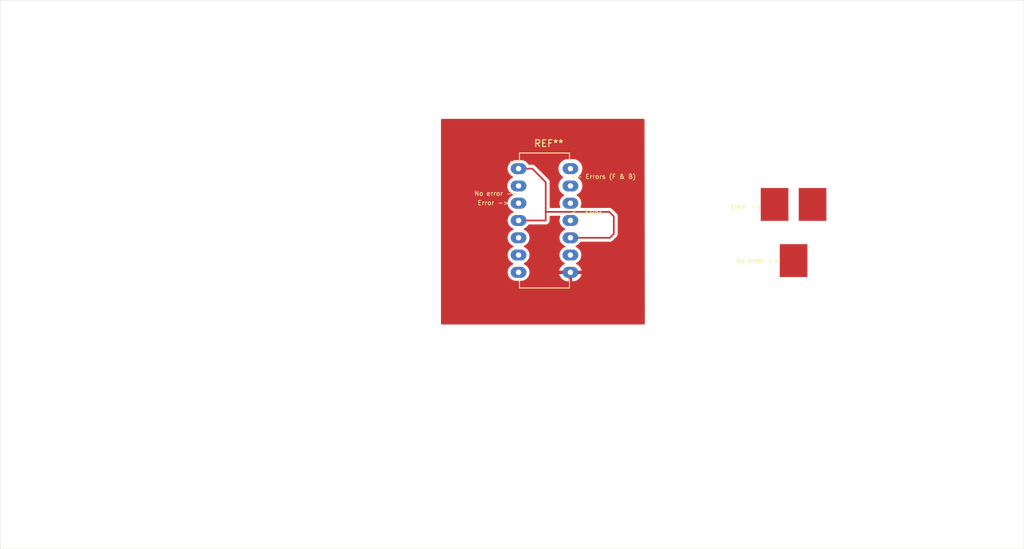
<source format=kicad_pcb>
(kicad_pcb (version 20220211) (generator pcbnew)
  (layers (0 "F.Cu" signal) (31 "B.Cu" signal) (34 "B.Paste" user) (35 "F.Paste" user) (36 "B.SilkS" user "B.Silkscreen") (37 "F.SilkS" user "F.Silkscreen") (38 "B.Mask" user) (39 "F.Mask" user) (44 "Edge.Cuts" user))
  (net 0 "")
  (net 1 "signal")
  (net 2 "GND")
  (footprint "Housings_DIP:DIP-14_W7.62mm_LongPads" (layer "F.Cu") (at 154.305 74.93)
    (fp_text reference "REF**" (at 4.445 -3.7084) (layer "F.SilkS"))
    (fp_text value "DIP-14_W7.62mm_LongPads" hide)
    (fp_line (start 0.135 -2.295) (end 0.135 -1.025) (stroke (width 0.15)) (layer "F.SilkS"))
    (fp_line (start 0.135 -2.295) (end 7.485 -2.295) (stroke (width 0.15)) (layer "F.SilkS"))
    (fp_line (start 0.135 -1.025) (end -1.15 -1.025) (stroke (width 0.15)) (layer "F.SilkS"))
    (fp_line (start 0.135 17.535) (end 0.135 16.265) (stroke (width 0.15)) (layer "F.SilkS"))
    (fp_line (start 0.135 17.535) (end 7.485 17.535) (stroke (width 0.15)) (layer "F.SilkS"))
    (fp_line (start 7.485 -2.295) (end 7.485 -1.025) (stroke (width 0.15)) (layer "F.SilkS"))
    (fp_line (start 7.485 17.535) (end 7.485 16.265) (stroke (width 0.15)) (layer "F.SilkS"))
    (pad "1" thru_hole oval (at 0 0) (size 2.3 1.6) (drill 0.8) (layers *.Cu *.Mask) (net 1 "signal"))
    (pad "2" thru_hole oval (at 0 2.54) (size 2.3 1.6) (drill 0.8) (layers *.Cu *.Mask) (clearance 0.5))
    (pad "2" thru_hole oval (at 0 5.08) (size 2.3 1.6) (drill 0.8) (layers *.Cu *.Mask))
    (pad "4" thru_hole oval (at 0 7.62) (size 2.3 1.6) (drill 0.8) (layers *.Cu *.Mask) (net 1 "signal"))
    (pad "5" thru_hole oval (at 0 10.16) (size 2.3 1.6) (drill 0.8) (layers *.Cu *.Mask))
    (pad "6" thru_hole oval (at 0 12.7) (size 2.3 1.6) (drill 0.8) (layers *.Cu *.Mask))
    (pad "7" thru_hole oval (at 0 15.24) (size 2.3 1.6) (drill 0.8) (layers *.Cu *.Mask))
    (pad "8" thru_hole oval (at 7.62 15.24) (size 2.3 1.6) (drill 0.8) (layers *.Cu *.Mask) (net 2 "GND"))
    (pad "9" thru_hole oval (at 7.62 12.7) (size 2.3 1.6) (drill 0.8) (layers *.Cu *.Mask))
    (pad "10" thru_hole oval (at 7.62 10.16) (size 2.3 1.6) (drill 0.8) (layers *.Cu *.Mask) (net 1 "signal"))
    (pad "11" thru_hole oval (at 7.62 7.62) (size 2.3 1.6) (drill 0.8) (layers *.Cu *.Mask))
    (pad "12" thru_hole oval (at 7.62 5.08) (size 2.3 1.6) (drill 0.8) (layers *.Cu *.Mask))
    (pad "13" thru_hole oval (at 7.62 2.54) (size 2.3 1.6) (drill 0.8) (layers *.Cu *.Mask) (clearance 0.6))
    (pad "14" thru_hole oval (at 7.62 0) (size 2.3 1.6) (drill 0.8) (layers *.Cu *.Mask) (clearance 0.6))
  )
  (footprint "Connector_Wire:SolderWirePad_1x01_SMD_1x2mm" (layer "F.Cu") (at 194.73 80.19)
    (fp_text reference "REF**" hide)
    (fp_text value "SolderWirePad_1x01_SMD_1x2mm" hide)
    (fp_rect (start -4.826 -2.413) (end -0.762 2.413) (fill solid) (layer "F.Cu"))
    (fp_rect (start -2.032 5.842) (end 2.032 10.668) (fill solid) (layer "F.Cu"))
    (fp_rect (start 0.762 -2.413) (end 4.826 2.413) (fill solid) (layer "F.Cu"))
  )
  (gr_rect (start 78.105 50.165) (end 228.6 130.81) (stroke (width 0.05)) (fill none) (layer "Edge.Cuts"))
  (gr_text "No error ->" (at 189.44 88.48) (layer "F.SilkS") (effects (font (size 0.66 0.66) (thickness 0.1))))
  (gr_text "No error ->" (at 150.9776 78.5876) (layer "F.SilkS") (effects (font (size 0.66 0.66) (thickness 0.1))))
  (gr_text "Error ->" (at 150.5712 79.9592) (layer "F.SilkS") (effects (font (size 0.66 0.66) (thickness 0.1))))
  (gr_text "<- Error" (at 164.2364 81.3816) (layer "F.SilkS") (effects (font (size 0.66 0.66) (thickness 0.1))))
  (gr_text "Error ->" (at 187.74 80.53) (layer "F.SilkS") (effects (font (size 0.66 0.66) (thickness 0.1))))
  (gr_text "<- Errors (F & B)" (at 166.7764 76.0984) (layer "F.SilkS") (effects (font (size 0.66 0.66) (thickness 0.1))))
  (segment (start 168.3004 81.9404) (end 167.64 81.28) (width 0.25) (layer "F.Cu") (net 1))
  (segment (start 167.7416 85.09) (end 168.3004 84.5312) (width 0.25) (layer "F.Cu") (net 1))
  (segment (start 156.3116 74.93) (end 158.2928 76.9112) (width 0.25) (layer "F.Cu") (net 1))
  (segment (start 158.2928 82.55) (end 158.2928 76.9112) (width 0.25) (layer "F.Cu") (net 1))
  (segment (start 158.2928 81.28) (end 167.64 81.28) (width 0.25) (layer "F.Cu") (net 1))
  (segment (start 154.305 82.55) (end 158.2928 82.55) (width 0.25) (layer "F.Cu") (net 1))
  (segment (start 154.305 74.93) (end 156.3116 74.93) (width 0.25) (layer "F.Cu") (net 1))
  (segment (start 161.925 85.09) (end 167.7416 85.09) (width 0.25) (layer "F.Cu") (net 1))
  (segment (start 168.3004 84.5312) (end 168.3004 81.9404) (width 0.25) (layer "F.Cu") (net 1))
  (zone (net 2) (net_name "GND") (layer "F.Cu") (connect_pads (clearance 0.45)) (min_thickness 0.254) (fill yes (thermal_gap 0.508) (thermal_bridge_width 0.508))
    (polygon (pts (xy 172.8724 97.8408) (xy 142.9004 97.8408) (xy 142.9004 67.6148) (xy 172.8216 67.6148)))
  )
)
</source>
